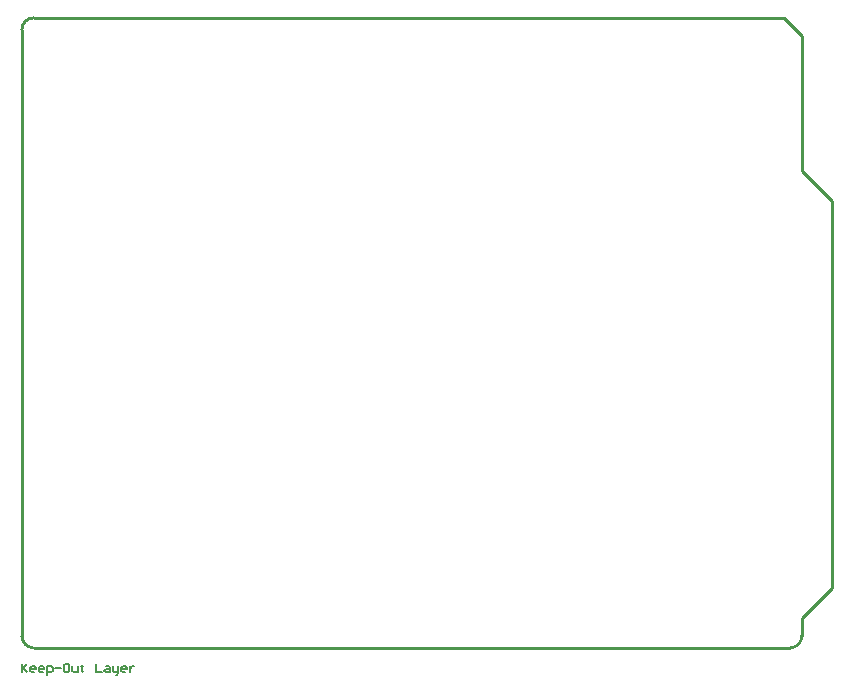
<source format=gko>
%FSTAX25Y25*%
%MOIN*%
G70*
G01*
G75*
G04 Layer_Color=16711935*
%ADD10O,0.01181X0.07087*%
%ADD11O,0.07087X0.01181*%
%ADD12O,0.07284X0.01378*%
%ADD13R,0.08071X0.02756*%
%ADD14R,0.01772X0.02165*%
%ADD15R,0.03150X0.03150*%
%ADD16R,0.01575X0.02559*%
%ADD17R,0.02992X0.06299*%
%ADD18R,0.04528X0.06693*%
%ADD19R,0.02165X0.01772*%
%ADD20R,0.02756X0.03543*%
%ADD21R,0.03543X0.02756*%
%ADD22R,0.02047X0.02047*%
%ADD23R,0.02047X0.02047*%
%ADD24C,0.00669*%
%ADD25C,0.00700*%
%ADD26C,0.01000*%
%ADD27C,0.03000*%
%ADD28C,0.00591*%
%ADD29C,0.00500*%
%ADD30C,0.02000*%
%ADD31C,0.06000*%
%ADD32O,0.07874X0.17716*%
%ADD33O,0.07874X0.15748*%
%ADD34O,0.15748X0.07874*%
%ADD35R,0.05906X0.05906*%
%ADD36C,0.05906*%
%ADD37R,0.05906X0.05906*%
%ADD38P,0.06711X8X112.5*%
%ADD39O,0.05600X0.11200*%
%ADD40C,0.12600*%
%ADD41C,0.01969*%
%ADD42C,0.01600*%
%ADD43C,0.02800*%
%ADD44C,0.01595*%
%ADD45C,0.05000*%
%ADD46C,0.04000*%
%ADD47R,0.70200X0.25400*%
%ADD48C,0.07550*%
%ADD49O,0.07937X0.17779*%
%ADD50O,0.07937X0.15811*%
%ADD51O,0.15811X0.07937*%
%ADD52C,0.07543*%
G04:AMPARAMS|DCode=53|XSize=95.433mil|YSize=95.433mil|CornerRadius=0mil|HoleSize=0mil|Usage=FLASHONLY|Rotation=0.000|XOffset=0mil|YOffset=0mil|HoleType=Round|Shape=Relief|Width=10mil|Gap=10mil|Entries=4|*
%AMTHD53*
7,0,0,0.09543,0.07543,0.01000,45*
%
%ADD53THD53*%
%ADD54C,0.07800*%
%ADD55C,0.07400*%
G04:AMPARAMS|DCode=56|XSize=95.5mil|YSize=95.5mil|CornerRadius=0mil|HoleSize=0mil|Usage=FLASHONLY|Rotation=0.000|XOffset=0mil|YOffset=0mil|HoleType=Round|Shape=Relief|Width=10mil|Gap=10mil|Entries=4|*
%AMTHD56*
7,0,0,0.09550,0.07550,0.01000,45*
%
%ADD56THD56*%
%ADD57C,0.16600*%
G04:AMPARAMS|DCode=58|XSize=70mil|YSize=70mil|CornerRadius=0mil|HoleSize=0mil|Usage=FLASHONLY|Rotation=0.000|XOffset=0mil|YOffset=0mil|HoleType=Round|Shape=Relief|Width=10mil|Gap=10mil|Entries=4|*
%AMTHD58*
7,0,0,0.07000,0.05000,0.01000,45*
%
%ADD58THD58*%
%ADD59C,0.05600*%
%ADD60C,0.06800*%
%AMTHOVALD61*
21,1,0.07874,0.09937,0,0,270.0*
1,1,0.09937,0.00000,0.03937*
1,1,0.09937,0.00000,-0.03937*
21,0,0.07874,0.07937,0,0,270.0*
1,0,0.07937,0.00000,0.03937*
1,0,0.07937,0.00000,-0.03937*
4,0,4,-0.00354,0.03583,-0.03867,0.07097,-0.03160,0.07804,0.00354,0.04291,-0.00354,0.03583,0.0*
4,0,4,-0.00354,-0.04291,0.03160,-0.07804,0.03867,-0.07097,0.00354,-0.03583,-0.00354,-0.04291,0.0*
4,0,4,-0.00354,0.04291,0.03160,0.07804,0.03867,0.07097,0.00354,0.03583,-0.00354,0.04291,0.0*
4,0,4,-0.00354,-0.03583,-0.03867,-0.07097,-0.03160,-0.07804,0.00354,-0.04291,-0.00354,-0.03583,0.0*
%
%ADD61THOVALD61*%

%AMTHOVALD62*
21,1,0.07874,0.09937,0,0,180.0*
1,1,0.09937,0.03937,0.00000*
1,1,0.09937,-0.03937,0.00000*
21,0,0.07874,0.07937,0,0,180.0*
1,0,0.07937,0.03937,0.00000*
1,0,0.07937,-0.03937,0.00000*
4,0,4,0.03583,0.00354,0.07097,0.03867,0.07804,0.03160,0.04291,-0.00354,0.03583,0.00354,0.0*
4,0,4,-0.04291,0.00354,-0.07804,-0.03160,-0.07097,-0.03867,-0.03583,-0.00354,-0.04291,0.00354,0.0*
4,0,4,0.04291,0.00354,0.07804,-0.03160,0.07097,-0.03867,0.03583,-0.00354,0.04291,0.00354,0.0*
4,0,4,-0.03583,0.00354,-0.07097,0.03867,-0.07804,0.03160,-0.04291,-0.00354,-0.03583,0.00354,0.0*
%
%ADD62THOVALD62*%

G04:AMPARAMS|DCode=63|XSize=98mil|YSize=98mil|CornerRadius=0mil|HoleSize=0mil|Usage=FLASHONLY|Rotation=0.000|XOffset=0mil|YOffset=0mil|HoleType=Round|Shape=Relief|Width=10mil|Gap=10mil|Entries=4|*
%AMTHD63*
7,0,0,0.09800,0.07800,0.01000,45*
%
%ADD63THD63*%
G04:AMPARAMS|DCode=64|XSize=94mil|YSize=94mil|CornerRadius=0mil|HoleSize=0mil|Usage=FLASHONLY|Rotation=0.000|XOffset=0mil|YOffset=0mil|HoleType=Round|Shape=Relief|Width=10mil|Gap=10mil|Entries=4|*
%AMTHD64*
7,0,0,0.09400,0.07400,0.01000,45*
%
%ADD64THD64*%
G04:AMPARAMS|DCode=65|XSize=76mil|YSize=76mil|CornerRadius=0mil|HoleSize=0mil|Usage=FLASHONLY|Rotation=0.000|XOffset=0mil|YOffset=0mil|HoleType=Round|Shape=Relief|Width=10mil|Gap=10mil|Entries=4|*
%AMTHD65*
7,0,0,0.07600,0.05600,0.01000,45*
%
%ADD65THD65*%
G04:AMPARAMS|DCode=66|XSize=88mil|YSize=88mil|CornerRadius=0mil|HoleSize=0mil|Usage=FLASHONLY|Rotation=0.000|XOffset=0mil|YOffset=0mil|HoleType=Round|Shape=Relief|Width=10mil|Gap=10mil|Entries=4|*
%AMTHD66*
7,0,0,0.08800,0.06800,0.01000,45*
%
%ADD66THD66*%
%ADD67O,0.01378X0.04724*%
%ADD68R,0.07480X0.03150*%
%ADD69R,0.07480X0.12205*%
%ADD70R,0.06299X0.02559*%
%ADD71R,0.08661X0.11811*%
%ADD72R,0.01969X0.01181*%
%ADD73C,0.01181*%
%ADD74R,0.03543X0.04724*%
%ADD75R,0.06693X0.06614*%
%ADD76R,0.08661X0.07874*%
%ADD77C,0.05000*%
%ADD78C,0.01300*%
%ADD79C,0.01500*%
%ADD80R,0.29232X0.31693*%
%ADD81C,0.02362*%
%ADD82C,0.00984*%
%ADD83C,0.02165*%
%ADD84C,0.00787*%
%ADD85C,0.00600*%
%ADD86C,0.01200*%
%ADD87C,0.00400*%
%ADD88C,0.00394*%
%ADD89R,0.03937X0.02953*%
%ADD90O,0.01581X0.07487*%
%ADD91O,0.07487X0.01581*%
%ADD92O,0.07684X0.01778*%
%ADD93R,0.08471X0.03156*%
%ADD94R,0.02172X0.02565*%
%ADD95R,0.03550X0.03550*%
%ADD96R,0.01975X0.02959*%
%ADD97R,0.03392X0.06699*%
%ADD98R,0.04928X0.07093*%
%ADD99R,0.02565X0.02172*%
%ADD100R,0.03156X0.03943*%
%ADD101R,0.03943X0.03156*%
%ADD102R,0.02447X0.02447*%
%ADD103R,0.02447X0.02447*%
%ADD104O,0.01381X0.07287*%
%ADD105O,0.07287X0.01381*%
%ADD106O,0.07484X0.01578*%
%ADD107R,0.08271X0.02956*%
%ADD108R,0.01972X0.02365*%
%ADD109R,0.03350X0.03350*%
%ADD110R,0.01775X0.02759*%
%ADD111R,0.03192X0.06499*%
%ADD112R,0.04728X0.06893*%
%ADD113R,0.02365X0.01972*%
%ADD114R,0.02956X0.03743*%
%ADD115R,0.03743X0.02956*%
%ADD116R,0.02247X0.02247*%
%ADD117R,0.02247X0.02247*%
%ADD118C,0.06200*%
%ADD119O,0.08074X0.17916*%
%ADD120O,0.08074X0.15948*%
%ADD121O,0.15948X0.08074*%
%ADD122R,0.06106X0.06106*%
%ADD123C,0.06106*%
%ADD124R,0.06106X0.06106*%
%ADD125P,0.06927X8X112.5*%
%ADD126O,0.05800X0.11400*%
%ADD127C,0.12800*%
%ADD128C,0.02169*%
%ADD129C,0.01800*%
%ADD130C,0.03000*%
%ADD131C,0.05200*%
%ADD132O,0.01578X0.04924*%
%ADD133R,0.07680X0.03350*%
%ADD134R,0.07680X0.12405*%
%ADD135R,0.06499X0.02759*%
%ADD136R,0.09061X0.12211*%
%ADD137R,0.02369X0.01581*%
%ADD138C,0.01381*%
%ADD139R,0.03743X0.04924*%
%ADD140R,0.06893X0.06814*%
%ADD141R,0.08861X0.08074*%
%ADD142R,0.01969X0.01181*%
%ADD143R,0.03347X0.04921*%
%ADD144O,0.01778X0.05124*%
%ADD145R,0.07880X0.03550*%
%ADD146R,0.07880X0.12605*%
%ADD147R,0.06699X0.02959*%
%ADD148C,0.01581*%
%ADD149R,0.03943X0.05124*%
%ADD150R,0.07093X0.07014*%
%ADD151R,0.09061X0.08274*%
%ADD152C,0.03937*%
%ADD153C,0.07937*%
%ADD154C,0.00100*%
%ADD155C,0.00098*%
%ADD156C,0.00472*%
%ADD157R,0.01969X0.10236*%
%ADD158C,0.00197*%
%ADD159R,0.02000X0.02000*%
%ADD160C,0.00000*%
D26*
X0104Y031D02*
G03*
X01Y03061I-000005J-000395D01*
G01*
X03561Y01D02*
G03*
X036Y0104I-000005J000395D01*
G01*
X01D02*
G03*
X0104Y01I0004J0D01*
G01*
Y031D02*
X0354D01*
X036Y0304D01*
Y0259D02*
Y0304D01*
Y0259D02*
X037Y0249D01*
Y012D02*
Y0249D01*
X036Y011D02*
X037Y012D01*
X036Y0104D02*
Y011D01*
X0104Y01D02*
X03561D01*
X01Y0104D02*
Y03061D01*
D29*
Y0094768D02*
Y0091969D01*
Y0092901D01*
X0101866Y0094768D01*
X0100467Y0093368D01*
X0101866Y0091969D01*
X0104199D02*
X0103266D01*
X0102799Y0092435D01*
Y0093368D01*
X0103266Y0093835D01*
X0104199D01*
X0104665Y0093368D01*
Y0092901D01*
X0102799D01*
X0106998Y0091969D02*
X0106065D01*
X0105598Y0092435D01*
Y0093368D01*
X0106065Y0093835D01*
X0106998D01*
X0107464Y0093368D01*
Y0092901D01*
X0105598D01*
X0108397Y0091035D02*
Y0093835D01*
X0109797D01*
X0110263Y0093368D01*
Y0092435D01*
X0109797Y0091969D01*
X0108397D01*
X0111196Y0093368D02*
X0113062D01*
X0115395Y0094768D02*
X0114462D01*
X0113996Y0094301D01*
Y0092435D01*
X0114462Y0091969D01*
X0115395D01*
X0115861Y0092435D01*
Y0094301D01*
X0115395Y0094768D01*
X0116795Y0093835D02*
Y0092435D01*
X0117261Y0091969D01*
X0118661D01*
Y0093835D01*
X012006Y0094301D02*
Y0093835D01*
X0119594D01*
X0120527D01*
X012006D01*
Y0092435D01*
X0120527Y0091969D01*
X0124725Y0094768D02*
Y0091969D01*
X0126591D01*
X0127991Y0093835D02*
X0128924D01*
X0129391Y0093368D01*
Y0091969D01*
X0127991D01*
X0127524Y0092435D01*
X0127991Y0092901D01*
X0129391D01*
X0130324Y0093835D02*
Y0092435D01*
X013079Y0091969D01*
X013219D01*
Y0091502D01*
X0131723Y0091035D01*
X0131256D01*
X013219Y0091969D02*
Y0093835D01*
X0134522Y0091969D02*
X0133589D01*
X0133123Y0092435D01*
Y0093368D01*
X0133589Y0093835D01*
X0134522D01*
X0134989Y0093368D01*
Y0092901D01*
X0133123D01*
X0135922Y0093835D02*
Y0091969D01*
Y0092901D01*
X0136388Y0093368D01*
X0136855Y0093835D01*
X0137321D01*
M02*

</source>
